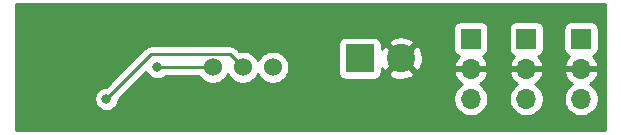
<source format=gbr>
G04 #@! TF.GenerationSoftware,KiCad,Pcbnew,(5.1.8)-1*
G04 #@! TF.CreationDate,2021-02-01T15:12:03-08:00*
G04 #@! TF.ProjectId,Modular_pwm_dac_LTC6992,4d6f6475-6c61-4725-9f70-776d5f646163,rev?*
G04 #@! TF.SameCoordinates,Original*
G04 #@! TF.FileFunction,Copper,L2,Bot*
G04 #@! TF.FilePolarity,Positive*
%FSLAX46Y46*%
G04 Gerber Fmt 4.6, Leading zero omitted, Abs format (unit mm)*
G04 Created by KiCad (PCBNEW (5.1.8)-1) date 2021-02-01 15:12:03*
%MOMM*%
%LPD*%
G01*
G04 APERTURE LIST*
G04 #@! TA.AperFunction,ComponentPad*
%ADD10O,1.700000X1.700000*%
G04 #@! TD*
G04 #@! TA.AperFunction,ComponentPad*
%ADD11R,1.700000X1.700000*%
G04 #@! TD*
G04 #@! TA.AperFunction,ComponentPad*
%ADD12R,2.400000X2.400000*%
G04 #@! TD*
G04 #@! TA.AperFunction,ComponentPad*
%ADD13C,2.400000*%
G04 #@! TD*
G04 #@! TA.AperFunction,ComponentPad*
%ADD14C,1.524000*%
G04 #@! TD*
G04 #@! TA.AperFunction,ViaPad*
%ADD15C,0.800000*%
G04 #@! TD*
G04 #@! TA.AperFunction,Conductor*
%ADD16C,0.250000*%
G04 #@! TD*
G04 #@! TA.AperFunction,Conductor*
%ADD17C,0.254000*%
G04 #@! TD*
G04 #@! TA.AperFunction,Conductor*
%ADD18C,0.100000*%
G04 #@! TD*
G04 APERTURE END LIST*
D10*
X157924500Y-46736000D03*
X157924500Y-44196000D03*
D11*
X157924500Y-41656000D03*
D10*
X153289000Y-46736000D03*
X153289000Y-44196000D03*
D11*
X153289000Y-41656000D03*
D12*
X139192000Y-43307000D03*
D13*
X142692000Y-43307000D03*
D11*
X148590000Y-41656000D03*
D10*
X148590000Y-44196000D03*
X148590000Y-46736000D03*
D14*
X126746000Y-44069000D03*
X129286000Y-44069000D03*
X131826000Y-44069000D03*
D15*
X110490000Y-46990000D03*
X118872000Y-44196000D03*
X121285000Y-40640000D03*
X116078000Y-40640000D03*
X120142000Y-46736000D03*
X122428000Y-41783000D03*
X136525000Y-39370000D03*
X136652000Y-46228000D03*
X122047000Y-44069000D03*
X117729000Y-46736000D03*
D16*
X148590000Y-44196000D02*
X153289000Y-44196000D01*
X126746000Y-44069000D02*
X122047000Y-44069000D01*
X122047000Y-44069000D02*
X122047000Y-44069000D01*
X128198999Y-42981999D02*
X121483001Y-42981999D01*
X129286000Y-44069000D02*
X128198999Y-42981999D01*
X121483001Y-42981999D02*
X117729000Y-46736000D01*
X117729000Y-46736000D02*
X117729000Y-46736000D01*
D17*
X159956500Y-49403000D02*
X110109000Y-49403000D01*
X110109000Y-46634061D01*
X116694000Y-46634061D01*
X116694000Y-46837939D01*
X116733774Y-47037898D01*
X116811795Y-47226256D01*
X116925063Y-47395774D01*
X117069226Y-47539937D01*
X117238744Y-47653205D01*
X117427102Y-47731226D01*
X117627061Y-47771000D01*
X117830939Y-47771000D01*
X118030898Y-47731226D01*
X118219256Y-47653205D01*
X118388774Y-47539937D01*
X118532937Y-47395774D01*
X118646205Y-47226256D01*
X118724226Y-47037898D01*
X118764000Y-46837939D01*
X118764000Y-46775801D01*
X118950061Y-46589740D01*
X147105000Y-46589740D01*
X147105000Y-46882260D01*
X147162068Y-47169158D01*
X147274010Y-47439411D01*
X147436525Y-47682632D01*
X147643368Y-47889475D01*
X147886589Y-48051990D01*
X148156842Y-48163932D01*
X148443740Y-48221000D01*
X148736260Y-48221000D01*
X149023158Y-48163932D01*
X149293411Y-48051990D01*
X149536632Y-47889475D01*
X149743475Y-47682632D01*
X149905990Y-47439411D01*
X150017932Y-47169158D01*
X150075000Y-46882260D01*
X150075000Y-46589740D01*
X151804000Y-46589740D01*
X151804000Y-46882260D01*
X151861068Y-47169158D01*
X151973010Y-47439411D01*
X152135525Y-47682632D01*
X152342368Y-47889475D01*
X152585589Y-48051990D01*
X152855842Y-48163932D01*
X153142740Y-48221000D01*
X153435260Y-48221000D01*
X153722158Y-48163932D01*
X153992411Y-48051990D01*
X154235632Y-47889475D01*
X154442475Y-47682632D01*
X154604990Y-47439411D01*
X154716932Y-47169158D01*
X154774000Y-46882260D01*
X154774000Y-46589740D01*
X156439500Y-46589740D01*
X156439500Y-46882260D01*
X156496568Y-47169158D01*
X156608510Y-47439411D01*
X156771025Y-47682632D01*
X156977868Y-47889475D01*
X157221089Y-48051990D01*
X157491342Y-48163932D01*
X157778240Y-48221000D01*
X158070760Y-48221000D01*
X158357658Y-48163932D01*
X158627911Y-48051990D01*
X158871132Y-47889475D01*
X159077975Y-47682632D01*
X159240490Y-47439411D01*
X159352432Y-47169158D01*
X159409500Y-46882260D01*
X159409500Y-46589740D01*
X159352432Y-46302842D01*
X159240490Y-46032589D01*
X159077975Y-45789368D01*
X158871132Y-45582525D01*
X158688966Y-45460805D01*
X158805855Y-45391178D01*
X159022088Y-45196269D01*
X159196141Y-44962920D01*
X159321325Y-44700099D01*
X159365976Y-44552890D01*
X159244655Y-44323000D01*
X158051500Y-44323000D01*
X158051500Y-44343000D01*
X157797500Y-44343000D01*
X157797500Y-44323000D01*
X156604345Y-44323000D01*
X156483024Y-44552890D01*
X156527675Y-44700099D01*
X156652859Y-44962920D01*
X156826912Y-45196269D01*
X157043145Y-45391178D01*
X157160034Y-45460805D01*
X156977868Y-45582525D01*
X156771025Y-45789368D01*
X156608510Y-46032589D01*
X156496568Y-46302842D01*
X156439500Y-46589740D01*
X154774000Y-46589740D01*
X154716932Y-46302842D01*
X154604990Y-46032589D01*
X154442475Y-45789368D01*
X154235632Y-45582525D01*
X154053466Y-45460805D01*
X154170355Y-45391178D01*
X154386588Y-45196269D01*
X154560641Y-44962920D01*
X154685825Y-44700099D01*
X154730476Y-44552890D01*
X154609155Y-44323000D01*
X153416000Y-44323000D01*
X153416000Y-44343000D01*
X153162000Y-44343000D01*
X153162000Y-44323000D01*
X151968845Y-44323000D01*
X151847524Y-44552890D01*
X151892175Y-44700099D01*
X152017359Y-44962920D01*
X152191412Y-45196269D01*
X152407645Y-45391178D01*
X152524534Y-45460805D01*
X152342368Y-45582525D01*
X152135525Y-45789368D01*
X151973010Y-46032589D01*
X151861068Y-46302842D01*
X151804000Y-46589740D01*
X150075000Y-46589740D01*
X150017932Y-46302842D01*
X149905990Y-46032589D01*
X149743475Y-45789368D01*
X149536632Y-45582525D01*
X149354466Y-45460805D01*
X149471355Y-45391178D01*
X149687588Y-45196269D01*
X149861641Y-44962920D01*
X149986825Y-44700099D01*
X150031476Y-44552890D01*
X149910155Y-44323000D01*
X148717000Y-44323000D01*
X148717000Y-44343000D01*
X148463000Y-44343000D01*
X148463000Y-44323000D01*
X147269845Y-44323000D01*
X147148524Y-44552890D01*
X147193175Y-44700099D01*
X147318359Y-44962920D01*
X147492412Y-45196269D01*
X147708645Y-45391178D01*
X147825534Y-45460805D01*
X147643368Y-45582525D01*
X147436525Y-45789368D01*
X147274010Y-46032589D01*
X147162068Y-46302842D01*
X147105000Y-46589740D01*
X118950061Y-46589740D01*
X121086081Y-44453721D01*
X121129795Y-44559256D01*
X121243063Y-44728774D01*
X121387226Y-44872937D01*
X121556744Y-44986205D01*
X121745102Y-45064226D01*
X121945061Y-45104000D01*
X122148939Y-45104000D01*
X122348898Y-45064226D01*
X122537256Y-44986205D01*
X122706774Y-44872937D01*
X122750711Y-44829000D01*
X125573659Y-44829000D01*
X125660880Y-44959535D01*
X125855465Y-45154120D01*
X126084273Y-45307005D01*
X126338510Y-45412314D01*
X126608408Y-45466000D01*
X126883592Y-45466000D01*
X127153490Y-45412314D01*
X127407727Y-45307005D01*
X127636535Y-45154120D01*
X127831120Y-44959535D01*
X127984005Y-44730727D01*
X128016000Y-44653485D01*
X128047995Y-44730727D01*
X128200880Y-44959535D01*
X128395465Y-45154120D01*
X128624273Y-45307005D01*
X128878510Y-45412314D01*
X129148408Y-45466000D01*
X129423592Y-45466000D01*
X129693490Y-45412314D01*
X129947727Y-45307005D01*
X130176535Y-45154120D01*
X130371120Y-44959535D01*
X130524005Y-44730727D01*
X130556000Y-44653485D01*
X130587995Y-44730727D01*
X130740880Y-44959535D01*
X130935465Y-45154120D01*
X131164273Y-45307005D01*
X131418510Y-45412314D01*
X131688408Y-45466000D01*
X131963592Y-45466000D01*
X132233490Y-45412314D01*
X132487727Y-45307005D01*
X132716535Y-45154120D01*
X132911120Y-44959535D01*
X133064005Y-44730727D01*
X133169314Y-44476490D01*
X133223000Y-44206592D01*
X133223000Y-43931408D01*
X133169314Y-43661510D01*
X133064005Y-43407273D01*
X132911120Y-43178465D01*
X132716535Y-42983880D01*
X132487727Y-42830995D01*
X132233490Y-42725686D01*
X131963592Y-42672000D01*
X131688408Y-42672000D01*
X131418510Y-42725686D01*
X131164273Y-42830995D01*
X130935465Y-42983880D01*
X130740880Y-43178465D01*
X130587995Y-43407273D01*
X130556000Y-43484515D01*
X130524005Y-43407273D01*
X130371120Y-43178465D01*
X130176535Y-42983880D01*
X129947727Y-42830995D01*
X129693490Y-42725686D01*
X129423592Y-42672000D01*
X129148408Y-42672000D01*
X128994429Y-42702628D01*
X128762803Y-42471001D01*
X128739000Y-42441998D01*
X128623275Y-42347025D01*
X128491246Y-42276453D01*
X128347985Y-42232996D01*
X128236332Y-42221999D01*
X128236321Y-42221999D01*
X128198999Y-42218323D01*
X128161677Y-42221999D01*
X121520323Y-42221999D01*
X121483000Y-42218323D01*
X121445677Y-42221999D01*
X121445668Y-42221999D01*
X121334015Y-42232996D01*
X121190754Y-42276453D01*
X121058724Y-42347025D01*
X120975084Y-42415667D01*
X120943000Y-42441998D01*
X120919202Y-42470996D01*
X117689199Y-45701000D01*
X117627061Y-45701000D01*
X117427102Y-45740774D01*
X117238744Y-45818795D01*
X117069226Y-45932063D01*
X116925063Y-46076226D01*
X116811795Y-46245744D01*
X116733774Y-46434102D01*
X116694000Y-46634061D01*
X110109000Y-46634061D01*
X110109000Y-42107000D01*
X137353928Y-42107000D01*
X137353928Y-44507000D01*
X137366188Y-44631482D01*
X137402498Y-44751180D01*
X137461463Y-44861494D01*
X137540815Y-44958185D01*
X137637506Y-45037537D01*
X137747820Y-45096502D01*
X137867518Y-45132812D01*
X137992000Y-45145072D01*
X140392000Y-45145072D01*
X140516482Y-45132812D01*
X140636180Y-45096502D01*
X140746494Y-45037537D01*
X140843185Y-44958185D01*
X140922537Y-44861494D01*
X140981502Y-44751180D01*
X141017812Y-44631482D01*
X141022391Y-44584980D01*
X141593626Y-44584980D01*
X141713514Y-44869836D01*
X142037210Y-45030699D01*
X142386069Y-45125322D01*
X142746684Y-45150067D01*
X143105198Y-45103985D01*
X143447833Y-44988846D01*
X143670486Y-44869836D01*
X143790374Y-44584980D01*
X142692000Y-43486605D01*
X141593626Y-44584980D01*
X141022391Y-44584980D01*
X141030072Y-44507000D01*
X141030072Y-44100097D01*
X141129164Y-44285486D01*
X141414020Y-44405374D01*
X142512395Y-43307000D01*
X142871605Y-43307000D01*
X143969980Y-44405374D01*
X144254836Y-44285486D01*
X144415699Y-43961790D01*
X144510322Y-43612931D01*
X144535067Y-43252316D01*
X144488985Y-42893802D01*
X144373846Y-42551167D01*
X144254836Y-42328514D01*
X143969980Y-42208626D01*
X142871605Y-43307000D01*
X142512395Y-43307000D01*
X141414020Y-42208626D01*
X141129164Y-42328514D01*
X141030072Y-42527912D01*
X141030072Y-42107000D01*
X141022392Y-42029020D01*
X141593626Y-42029020D01*
X142692000Y-43127395D01*
X143790374Y-42029020D01*
X143670486Y-41744164D01*
X143346790Y-41583301D01*
X142997931Y-41488678D01*
X142637316Y-41463933D01*
X142278802Y-41510015D01*
X141936167Y-41625154D01*
X141713514Y-41744164D01*
X141593626Y-42029020D01*
X141022392Y-42029020D01*
X141017812Y-41982518D01*
X140981502Y-41862820D01*
X140922537Y-41752506D01*
X140843185Y-41655815D01*
X140746494Y-41576463D01*
X140636180Y-41517498D01*
X140516482Y-41481188D01*
X140392000Y-41468928D01*
X137992000Y-41468928D01*
X137867518Y-41481188D01*
X137747820Y-41517498D01*
X137637506Y-41576463D01*
X137540815Y-41655815D01*
X137461463Y-41752506D01*
X137402498Y-41862820D01*
X137366188Y-41982518D01*
X137353928Y-42107000D01*
X110109000Y-42107000D01*
X110109000Y-40806000D01*
X147101928Y-40806000D01*
X147101928Y-42506000D01*
X147114188Y-42630482D01*
X147150498Y-42750180D01*
X147209463Y-42860494D01*
X147288815Y-42957185D01*
X147385506Y-43036537D01*
X147495820Y-43095502D01*
X147576466Y-43119966D01*
X147492412Y-43195731D01*
X147318359Y-43429080D01*
X147193175Y-43691901D01*
X147148524Y-43839110D01*
X147269845Y-44069000D01*
X148463000Y-44069000D01*
X148463000Y-44049000D01*
X148717000Y-44049000D01*
X148717000Y-44069000D01*
X149910155Y-44069000D01*
X150031476Y-43839110D01*
X149986825Y-43691901D01*
X149861641Y-43429080D01*
X149687588Y-43195731D01*
X149603534Y-43119966D01*
X149684180Y-43095502D01*
X149794494Y-43036537D01*
X149891185Y-42957185D01*
X149970537Y-42860494D01*
X150029502Y-42750180D01*
X150065812Y-42630482D01*
X150078072Y-42506000D01*
X150078072Y-40806000D01*
X151800928Y-40806000D01*
X151800928Y-42506000D01*
X151813188Y-42630482D01*
X151849498Y-42750180D01*
X151908463Y-42860494D01*
X151987815Y-42957185D01*
X152084506Y-43036537D01*
X152194820Y-43095502D01*
X152275466Y-43119966D01*
X152191412Y-43195731D01*
X152017359Y-43429080D01*
X151892175Y-43691901D01*
X151847524Y-43839110D01*
X151968845Y-44069000D01*
X153162000Y-44069000D01*
X153162000Y-44049000D01*
X153416000Y-44049000D01*
X153416000Y-44069000D01*
X154609155Y-44069000D01*
X154730476Y-43839110D01*
X154685825Y-43691901D01*
X154560641Y-43429080D01*
X154386588Y-43195731D01*
X154302534Y-43119966D01*
X154383180Y-43095502D01*
X154493494Y-43036537D01*
X154590185Y-42957185D01*
X154669537Y-42860494D01*
X154728502Y-42750180D01*
X154764812Y-42630482D01*
X154777072Y-42506000D01*
X154777072Y-40806000D01*
X156436428Y-40806000D01*
X156436428Y-42506000D01*
X156448688Y-42630482D01*
X156484998Y-42750180D01*
X156543963Y-42860494D01*
X156623315Y-42957185D01*
X156720006Y-43036537D01*
X156830320Y-43095502D01*
X156910966Y-43119966D01*
X156826912Y-43195731D01*
X156652859Y-43429080D01*
X156527675Y-43691901D01*
X156483024Y-43839110D01*
X156604345Y-44069000D01*
X157797500Y-44069000D01*
X157797500Y-44049000D01*
X158051500Y-44049000D01*
X158051500Y-44069000D01*
X159244655Y-44069000D01*
X159365976Y-43839110D01*
X159321325Y-43691901D01*
X159196141Y-43429080D01*
X159022088Y-43195731D01*
X158938034Y-43119966D01*
X159018680Y-43095502D01*
X159128994Y-43036537D01*
X159225685Y-42957185D01*
X159305037Y-42860494D01*
X159364002Y-42750180D01*
X159400312Y-42630482D01*
X159412572Y-42506000D01*
X159412572Y-40806000D01*
X159400312Y-40681518D01*
X159364002Y-40561820D01*
X159305037Y-40451506D01*
X159225685Y-40354815D01*
X159128994Y-40275463D01*
X159018680Y-40216498D01*
X158898982Y-40180188D01*
X158774500Y-40167928D01*
X157074500Y-40167928D01*
X156950018Y-40180188D01*
X156830320Y-40216498D01*
X156720006Y-40275463D01*
X156623315Y-40354815D01*
X156543963Y-40451506D01*
X156484998Y-40561820D01*
X156448688Y-40681518D01*
X156436428Y-40806000D01*
X154777072Y-40806000D01*
X154764812Y-40681518D01*
X154728502Y-40561820D01*
X154669537Y-40451506D01*
X154590185Y-40354815D01*
X154493494Y-40275463D01*
X154383180Y-40216498D01*
X154263482Y-40180188D01*
X154139000Y-40167928D01*
X152439000Y-40167928D01*
X152314518Y-40180188D01*
X152194820Y-40216498D01*
X152084506Y-40275463D01*
X151987815Y-40354815D01*
X151908463Y-40451506D01*
X151849498Y-40561820D01*
X151813188Y-40681518D01*
X151800928Y-40806000D01*
X150078072Y-40806000D01*
X150065812Y-40681518D01*
X150029502Y-40561820D01*
X149970537Y-40451506D01*
X149891185Y-40354815D01*
X149794494Y-40275463D01*
X149684180Y-40216498D01*
X149564482Y-40180188D01*
X149440000Y-40167928D01*
X147740000Y-40167928D01*
X147615518Y-40180188D01*
X147495820Y-40216498D01*
X147385506Y-40275463D01*
X147288815Y-40354815D01*
X147209463Y-40451506D01*
X147150498Y-40561820D01*
X147114188Y-40681518D01*
X147101928Y-40806000D01*
X110109000Y-40806000D01*
X110109000Y-38735000D01*
X159956500Y-38735000D01*
X159956500Y-49403000D01*
G04 #@! TA.AperFunction,Conductor*
D18*
G36*
X159956500Y-49403000D02*
G01*
X110109000Y-49403000D01*
X110109000Y-46634061D01*
X116694000Y-46634061D01*
X116694000Y-46837939D01*
X116733774Y-47037898D01*
X116811795Y-47226256D01*
X116925063Y-47395774D01*
X117069226Y-47539937D01*
X117238744Y-47653205D01*
X117427102Y-47731226D01*
X117627061Y-47771000D01*
X117830939Y-47771000D01*
X118030898Y-47731226D01*
X118219256Y-47653205D01*
X118388774Y-47539937D01*
X118532937Y-47395774D01*
X118646205Y-47226256D01*
X118724226Y-47037898D01*
X118764000Y-46837939D01*
X118764000Y-46775801D01*
X118950061Y-46589740D01*
X147105000Y-46589740D01*
X147105000Y-46882260D01*
X147162068Y-47169158D01*
X147274010Y-47439411D01*
X147436525Y-47682632D01*
X147643368Y-47889475D01*
X147886589Y-48051990D01*
X148156842Y-48163932D01*
X148443740Y-48221000D01*
X148736260Y-48221000D01*
X149023158Y-48163932D01*
X149293411Y-48051990D01*
X149536632Y-47889475D01*
X149743475Y-47682632D01*
X149905990Y-47439411D01*
X150017932Y-47169158D01*
X150075000Y-46882260D01*
X150075000Y-46589740D01*
X151804000Y-46589740D01*
X151804000Y-46882260D01*
X151861068Y-47169158D01*
X151973010Y-47439411D01*
X152135525Y-47682632D01*
X152342368Y-47889475D01*
X152585589Y-48051990D01*
X152855842Y-48163932D01*
X153142740Y-48221000D01*
X153435260Y-48221000D01*
X153722158Y-48163932D01*
X153992411Y-48051990D01*
X154235632Y-47889475D01*
X154442475Y-47682632D01*
X154604990Y-47439411D01*
X154716932Y-47169158D01*
X154774000Y-46882260D01*
X154774000Y-46589740D01*
X156439500Y-46589740D01*
X156439500Y-46882260D01*
X156496568Y-47169158D01*
X156608510Y-47439411D01*
X156771025Y-47682632D01*
X156977868Y-47889475D01*
X157221089Y-48051990D01*
X157491342Y-48163932D01*
X157778240Y-48221000D01*
X158070760Y-48221000D01*
X158357658Y-48163932D01*
X158627911Y-48051990D01*
X158871132Y-47889475D01*
X159077975Y-47682632D01*
X159240490Y-47439411D01*
X159352432Y-47169158D01*
X159409500Y-46882260D01*
X159409500Y-46589740D01*
X159352432Y-46302842D01*
X159240490Y-46032589D01*
X159077975Y-45789368D01*
X158871132Y-45582525D01*
X158688966Y-45460805D01*
X158805855Y-45391178D01*
X159022088Y-45196269D01*
X159196141Y-44962920D01*
X159321325Y-44700099D01*
X159365976Y-44552890D01*
X159244655Y-44323000D01*
X158051500Y-44323000D01*
X158051500Y-44343000D01*
X157797500Y-44343000D01*
X157797500Y-44323000D01*
X156604345Y-44323000D01*
X156483024Y-44552890D01*
X156527675Y-44700099D01*
X156652859Y-44962920D01*
X156826912Y-45196269D01*
X157043145Y-45391178D01*
X157160034Y-45460805D01*
X156977868Y-45582525D01*
X156771025Y-45789368D01*
X156608510Y-46032589D01*
X156496568Y-46302842D01*
X156439500Y-46589740D01*
X154774000Y-46589740D01*
X154716932Y-46302842D01*
X154604990Y-46032589D01*
X154442475Y-45789368D01*
X154235632Y-45582525D01*
X154053466Y-45460805D01*
X154170355Y-45391178D01*
X154386588Y-45196269D01*
X154560641Y-44962920D01*
X154685825Y-44700099D01*
X154730476Y-44552890D01*
X154609155Y-44323000D01*
X153416000Y-44323000D01*
X153416000Y-44343000D01*
X153162000Y-44343000D01*
X153162000Y-44323000D01*
X151968845Y-44323000D01*
X151847524Y-44552890D01*
X151892175Y-44700099D01*
X152017359Y-44962920D01*
X152191412Y-45196269D01*
X152407645Y-45391178D01*
X152524534Y-45460805D01*
X152342368Y-45582525D01*
X152135525Y-45789368D01*
X151973010Y-46032589D01*
X151861068Y-46302842D01*
X151804000Y-46589740D01*
X150075000Y-46589740D01*
X150017932Y-46302842D01*
X149905990Y-46032589D01*
X149743475Y-45789368D01*
X149536632Y-45582525D01*
X149354466Y-45460805D01*
X149471355Y-45391178D01*
X149687588Y-45196269D01*
X149861641Y-44962920D01*
X149986825Y-44700099D01*
X150031476Y-44552890D01*
X149910155Y-44323000D01*
X148717000Y-44323000D01*
X148717000Y-44343000D01*
X148463000Y-44343000D01*
X148463000Y-44323000D01*
X147269845Y-44323000D01*
X147148524Y-44552890D01*
X147193175Y-44700099D01*
X147318359Y-44962920D01*
X147492412Y-45196269D01*
X147708645Y-45391178D01*
X147825534Y-45460805D01*
X147643368Y-45582525D01*
X147436525Y-45789368D01*
X147274010Y-46032589D01*
X147162068Y-46302842D01*
X147105000Y-46589740D01*
X118950061Y-46589740D01*
X121086081Y-44453721D01*
X121129795Y-44559256D01*
X121243063Y-44728774D01*
X121387226Y-44872937D01*
X121556744Y-44986205D01*
X121745102Y-45064226D01*
X121945061Y-45104000D01*
X122148939Y-45104000D01*
X122348898Y-45064226D01*
X122537256Y-44986205D01*
X122706774Y-44872937D01*
X122750711Y-44829000D01*
X125573659Y-44829000D01*
X125660880Y-44959535D01*
X125855465Y-45154120D01*
X126084273Y-45307005D01*
X126338510Y-45412314D01*
X126608408Y-45466000D01*
X126883592Y-45466000D01*
X127153490Y-45412314D01*
X127407727Y-45307005D01*
X127636535Y-45154120D01*
X127831120Y-44959535D01*
X127984005Y-44730727D01*
X128016000Y-44653485D01*
X128047995Y-44730727D01*
X128200880Y-44959535D01*
X128395465Y-45154120D01*
X128624273Y-45307005D01*
X128878510Y-45412314D01*
X129148408Y-45466000D01*
X129423592Y-45466000D01*
X129693490Y-45412314D01*
X129947727Y-45307005D01*
X130176535Y-45154120D01*
X130371120Y-44959535D01*
X130524005Y-44730727D01*
X130556000Y-44653485D01*
X130587995Y-44730727D01*
X130740880Y-44959535D01*
X130935465Y-45154120D01*
X131164273Y-45307005D01*
X131418510Y-45412314D01*
X131688408Y-45466000D01*
X131963592Y-45466000D01*
X132233490Y-45412314D01*
X132487727Y-45307005D01*
X132716535Y-45154120D01*
X132911120Y-44959535D01*
X133064005Y-44730727D01*
X133169314Y-44476490D01*
X133223000Y-44206592D01*
X133223000Y-43931408D01*
X133169314Y-43661510D01*
X133064005Y-43407273D01*
X132911120Y-43178465D01*
X132716535Y-42983880D01*
X132487727Y-42830995D01*
X132233490Y-42725686D01*
X131963592Y-42672000D01*
X131688408Y-42672000D01*
X131418510Y-42725686D01*
X131164273Y-42830995D01*
X130935465Y-42983880D01*
X130740880Y-43178465D01*
X130587995Y-43407273D01*
X130556000Y-43484515D01*
X130524005Y-43407273D01*
X130371120Y-43178465D01*
X130176535Y-42983880D01*
X129947727Y-42830995D01*
X129693490Y-42725686D01*
X129423592Y-42672000D01*
X129148408Y-42672000D01*
X128994429Y-42702628D01*
X128762803Y-42471001D01*
X128739000Y-42441998D01*
X128623275Y-42347025D01*
X128491246Y-42276453D01*
X128347985Y-42232996D01*
X128236332Y-42221999D01*
X128236321Y-42221999D01*
X128198999Y-42218323D01*
X128161677Y-42221999D01*
X121520323Y-42221999D01*
X121483000Y-42218323D01*
X121445677Y-42221999D01*
X121445668Y-42221999D01*
X121334015Y-42232996D01*
X121190754Y-42276453D01*
X121058724Y-42347025D01*
X120975084Y-42415667D01*
X120943000Y-42441998D01*
X120919202Y-42470996D01*
X117689199Y-45701000D01*
X117627061Y-45701000D01*
X117427102Y-45740774D01*
X117238744Y-45818795D01*
X117069226Y-45932063D01*
X116925063Y-46076226D01*
X116811795Y-46245744D01*
X116733774Y-46434102D01*
X116694000Y-46634061D01*
X110109000Y-46634061D01*
X110109000Y-42107000D01*
X137353928Y-42107000D01*
X137353928Y-44507000D01*
X137366188Y-44631482D01*
X137402498Y-44751180D01*
X137461463Y-44861494D01*
X137540815Y-44958185D01*
X137637506Y-45037537D01*
X137747820Y-45096502D01*
X137867518Y-45132812D01*
X137992000Y-45145072D01*
X140392000Y-45145072D01*
X140516482Y-45132812D01*
X140636180Y-45096502D01*
X140746494Y-45037537D01*
X140843185Y-44958185D01*
X140922537Y-44861494D01*
X140981502Y-44751180D01*
X141017812Y-44631482D01*
X141022391Y-44584980D01*
X141593626Y-44584980D01*
X141713514Y-44869836D01*
X142037210Y-45030699D01*
X142386069Y-45125322D01*
X142746684Y-45150067D01*
X143105198Y-45103985D01*
X143447833Y-44988846D01*
X143670486Y-44869836D01*
X143790374Y-44584980D01*
X142692000Y-43486605D01*
X141593626Y-44584980D01*
X141022391Y-44584980D01*
X141030072Y-44507000D01*
X141030072Y-44100097D01*
X141129164Y-44285486D01*
X141414020Y-44405374D01*
X142512395Y-43307000D01*
X142871605Y-43307000D01*
X143969980Y-44405374D01*
X144254836Y-44285486D01*
X144415699Y-43961790D01*
X144510322Y-43612931D01*
X144535067Y-43252316D01*
X144488985Y-42893802D01*
X144373846Y-42551167D01*
X144254836Y-42328514D01*
X143969980Y-42208626D01*
X142871605Y-43307000D01*
X142512395Y-43307000D01*
X141414020Y-42208626D01*
X141129164Y-42328514D01*
X141030072Y-42527912D01*
X141030072Y-42107000D01*
X141022392Y-42029020D01*
X141593626Y-42029020D01*
X142692000Y-43127395D01*
X143790374Y-42029020D01*
X143670486Y-41744164D01*
X143346790Y-41583301D01*
X142997931Y-41488678D01*
X142637316Y-41463933D01*
X142278802Y-41510015D01*
X141936167Y-41625154D01*
X141713514Y-41744164D01*
X141593626Y-42029020D01*
X141022392Y-42029020D01*
X141017812Y-41982518D01*
X140981502Y-41862820D01*
X140922537Y-41752506D01*
X140843185Y-41655815D01*
X140746494Y-41576463D01*
X140636180Y-41517498D01*
X140516482Y-41481188D01*
X140392000Y-41468928D01*
X137992000Y-41468928D01*
X137867518Y-41481188D01*
X137747820Y-41517498D01*
X137637506Y-41576463D01*
X137540815Y-41655815D01*
X137461463Y-41752506D01*
X137402498Y-41862820D01*
X137366188Y-41982518D01*
X137353928Y-42107000D01*
X110109000Y-42107000D01*
X110109000Y-40806000D01*
X147101928Y-40806000D01*
X147101928Y-42506000D01*
X147114188Y-42630482D01*
X147150498Y-42750180D01*
X147209463Y-42860494D01*
X147288815Y-42957185D01*
X147385506Y-43036537D01*
X147495820Y-43095502D01*
X147576466Y-43119966D01*
X147492412Y-43195731D01*
X147318359Y-43429080D01*
X147193175Y-43691901D01*
X147148524Y-43839110D01*
X147269845Y-44069000D01*
X148463000Y-44069000D01*
X148463000Y-44049000D01*
X148717000Y-44049000D01*
X148717000Y-44069000D01*
X149910155Y-44069000D01*
X150031476Y-43839110D01*
X149986825Y-43691901D01*
X149861641Y-43429080D01*
X149687588Y-43195731D01*
X149603534Y-43119966D01*
X149684180Y-43095502D01*
X149794494Y-43036537D01*
X149891185Y-42957185D01*
X149970537Y-42860494D01*
X150029502Y-42750180D01*
X150065812Y-42630482D01*
X150078072Y-42506000D01*
X150078072Y-40806000D01*
X151800928Y-40806000D01*
X151800928Y-42506000D01*
X151813188Y-42630482D01*
X151849498Y-42750180D01*
X151908463Y-42860494D01*
X151987815Y-42957185D01*
X152084506Y-43036537D01*
X152194820Y-43095502D01*
X152275466Y-43119966D01*
X152191412Y-43195731D01*
X152017359Y-43429080D01*
X151892175Y-43691901D01*
X151847524Y-43839110D01*
X151968845Y-44069000D01*
X153162000Y-44069000D01*
X153162000Y-44049000D01*
X153416000Y-44049000D01*
X153416000Y-44069000D01*
X154609155Y-44069000D01*
X154730476Y-43839110D01*
X154685825Y-43691901D01*
X154560641Y-43429080D01*
X154386588Y-43195731D01*
X154302534Y-43119966D01*
X154383180Y-43095502D01*
X154493494Y-43036537D01*
X154590185Y-42957185D01*
X154669537Y-42860494D01*
X154728502Y-42750180D01*
X154764812Y-42630482D01*
X154777072Y-42506000D01*
X154777072Y-40806000D01*
X156436428Y-40806000D01*
X156436428Y-42506000D01*
X156448688Y-42630482D01*
X156484998Y-42750180D01*
X156543963Y-42860494D01*
X156623315Y-42957185D01*
X156720006Y-43036537D01*
X156830320Y-43095502D01*
X156910966Y-43119966D01*
X156826912Y-43195731D01*
X156652859Y-43429080D01*
X156527675Y-43691901D01*
X156483024Y-43839110D01*
X156604345Y-44069000D01*
X157797500Y-44069000D01*
X157797500Y-44049000D01*
X158051500Y-44049000D01*
X158051500Y-44069000D01*
X159244655Y-44069000D01*
X159365976Y-43839110D01*
X159321325Y-43691901D01*
X159196141Y-43429080D01*
X159022088Y-43195731D01*
X158938034Y-43119966D01*
X159018680Y-43095502D01*
X159128994Y-43036537D01*
X159225685Y-42957185D01*
X159305037Y-42860494D01*
X159364002Y-42750180D01*
X159400312Y-42630482D01*
X159412572Y-42506000D01*
X159412572Y-40806000D01*
X159400312Y-40681518D01*
X159364002Y-40561820D01*
X159305037Y-40451506D01*
X159225685Y-40354815D01*
X159128994Y-40275463D01*
X159018680Y-40216498D01*
X158898982Y-40180188D01*
X158774500Y-40167928D01*
X157074500Y-40167928D01*
X156950018Y-40180188D01*
X156830320Y-40216498D01*
X156720006Y-40275463D01*
X156623315Y-40354815D01*
X156543963Y-40451506D01*
X156484998Y-40561820D01*
X156448688Y-40681518D01*
X156436428Y-40806000D01*
X154777072Y-40806000D01*
X154764812Y-40681518D01*
X154728502Y-40561820D01*
X154669537Y-40451506D01*
X154590185Y-40354815D01*
X154493494Y-40275463D01*
X154383180Y-40216498D01*
X154263482Y-40180188D01*
X154139000Y-40167928D01*
X152439000Y-40167928D01*
X152314518Y-40180188D01*
X152194820Y-40216498D01*
X152084506Y-40275463D01*
X151987815Y-40354815D01*
X151908463Y-40451506D01*
X151849498Y-40561820D01*
X151813188Y-40681518D01*
X151800928Y-40806000D01*
X150078072Y-40806000D01*
X150065812Y-40681518D01*
X150029502Y-40561820D01*
X149970537Y-40451506D01*
X149891185Y-40354815D01*
X149794494Y-40275463D01*
X149684180Y-40216498D01*
X149564482Y-40180188D01*
X149440000Y-40167928D01*
X147740000Y-40167928D01*
X147615518Y-40180188D01*
X147495820Y-40216498D01*
X147385506Y-40275463D01*
X147288815Y-40354815D01*
X147209463Y-40451506D01*
X147150498Y-40561820D01*
X147114188Y-40681518D01*
X147101928Y-40806000D01*
X110109000Y-40806000D01*
X110109000Y-38735000D01*
X159956500Y-38735000D01*
X159956500Y-49403000D01*
G37*
G04 #@! TD.AperFunction*
M02*

</source>
